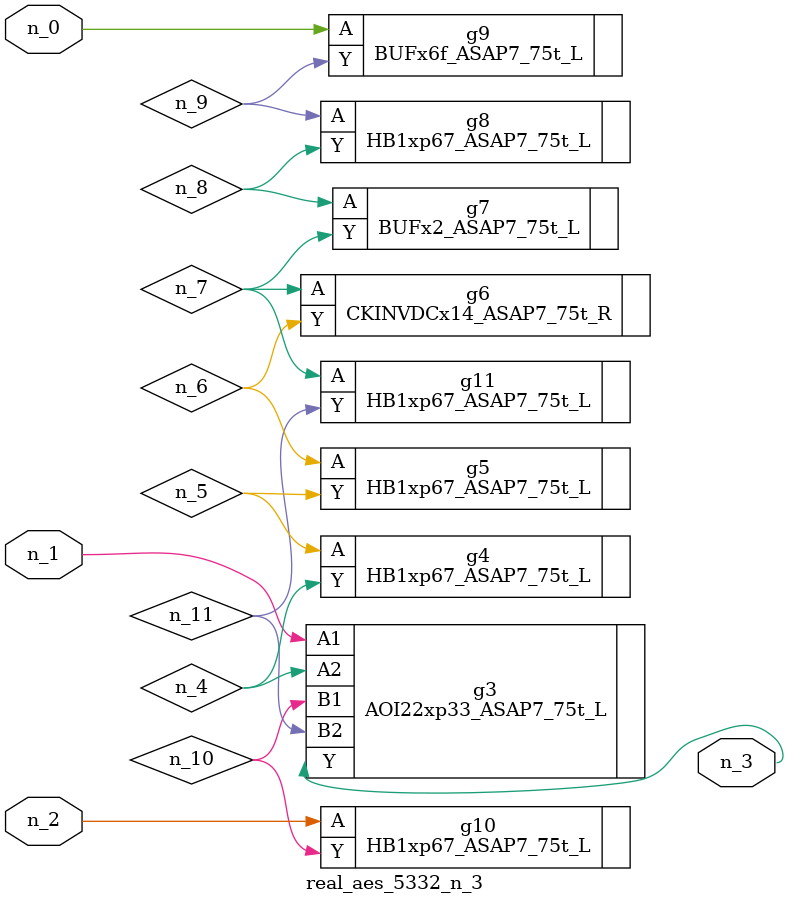
<source format=v>
module real_aes_5332_n_3 (n_0, n_2, n_1, n_3);
input n_0;
input n_2;
input n_1;
output n_3;
wire n_4;
wire n_5;
wire n_7;
wire n_8;
wire n_6;
wire n_9;
wire n_10;
wire n_11;
BUFx6f_ASAP7_75t_L g9 ( .A(n_0), .Y(n_9) );
AOI22xp33_ASAP7_75t_L g3 ( .A1(n_1), .A2(n_4), .B1(n_10), .B2(n_11), .Y(n_3) );
HB1xp67_ASAP7_75t_L g10 ( .A(n_2), .Y(n_10) );
HB1xp67_ASAP7_75t_L g4 ( .A(n_5), .Y(n_4) );
HB1xp67_ASAP7_75t_L g5 ( .A(n_6), .Y(n_5) );
CKINVDCx14_ASAP7_75t_R g6 ( .A(n_7), .Y(n_6) );
HB1xp67_ASAP7_75t_L g11 ( .A(n_7), .Y(n_11) );
BUFx2_ASAP7_75t_L g7 ( .A(n_8), .Y(n_7) );
HB1xp67_ASAP7_75t_L g8 ( .A(n_9), .Y(n_8) );
endmodule
</source>
